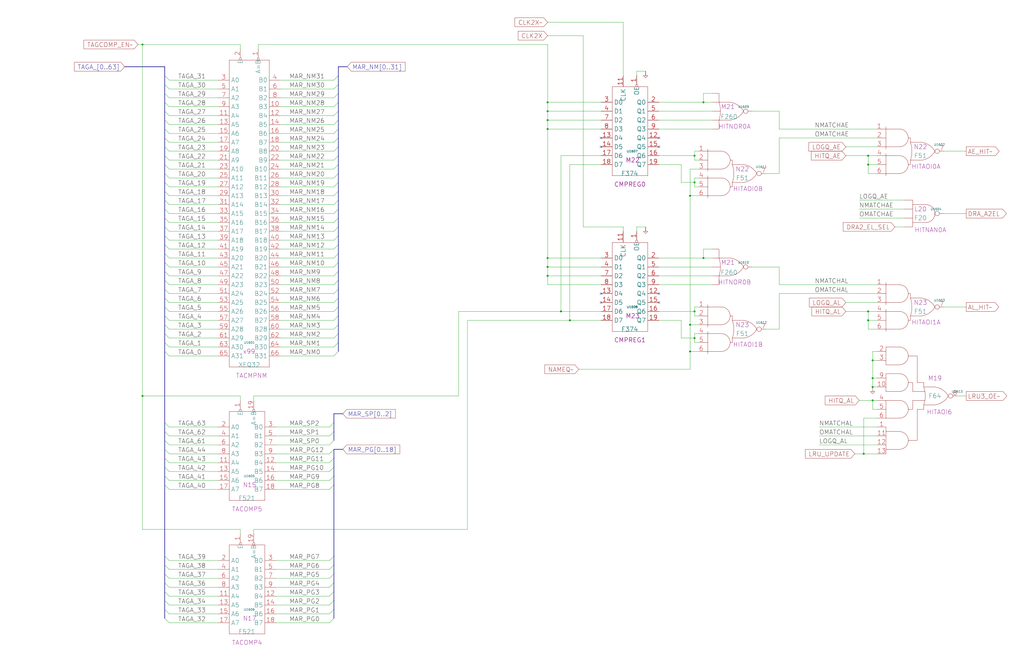
<source format=kicad_sch>
(kicad_sch (version 20220126) (generator eeschema)
  (paper "User" 584.2 378.46)
  (title_block (title "TAGA COMPARATORS\\nMATCH") (date "08-MAR-90") (rev "0.0") (comment 1 "MEM32 BOARD") (comment 2 "232-003066") (comment 3 "S400") (comment 4 "RELEASED"))
  (lib_symbols
    (symbol "r1000:F20" (pin_numbers hide) (pin_names hide)
      (property "Reference" "U" (at 8.255 2.54 0))
      (property "Value" "F20" (at -0.635 -2.54 0))
      (property "Location" "___" (at -0.635 2.54 0))
      (property "Name" "______" (at 5.08 -10.795 0))
      (symbol "F20_1_1"
        (pin input line (at -10.16 7.62 0) (length 5.08) (name "D0") (number "1"))
        (pin input line (at -10.16 2.54 0) (length 5.08) (name "D1") (number "2"))
        (pin input line (at -10.16 -2.54 0) (length 5.08) (name "D2") (number "4"))
        (pin input line (at -10.16 -7.62 0) (length 5.08) (name "D3") (number "5"))
        (pin output line (at 12.7 0 180) (length 2.54) (name "Q") (number "6"))
      )
      (symbol "F20_1_2"
        (pin input line (at -10.16 7.62 0) (length 1.27) (name "D0") (number "1"))
        (pin input line (at -10.16 2.54 0) (length 1.905) (name "D1") (number "2"))
        (pin input line (at -10.16 -2.54 0) (length 1.905) (name "D2") (number "4"))
        (pin input line (at -10.16 -7.62 0) (length 1.27) (name "D3") (number "5"))
        (pin output line (at 12.7 0 180) (length 5.08) (name "Q") (number "6"))
      )
    )
    (symbol "r1000:F260" (pin_numbers hide) (pin_names hide)
      (property "Reference" "U" (at 10.16 0 0))
      (property "Value" "F260" (at 1.905 -5.715 0))
      (property "Location" "___" (at 1.27 0 0))
      (property "Name" "______" (at 5.08 -12.7 0))
      (symbol "F260_1_1"
        (pin input line (at -7.62 -2.54 0) (length 2.54) (name "D2") (number "1"))
        (pin input line (at -7.62 7.62 0) (length 2.54) (name "D0") (number "12"))
        (pin input line (at -7.62 2.54 0) (length 2.54) (name "D1") (number "13"))
        (pin input line (at -7.62 -7.62 0) (length 2.54) (name "D3") (number "2"))
        (pin input line (at -7.62 -12.7 0) (length 2.54) (name "D4") (number "3"))
        (pin output line (at 15.24 -2.54 180) (length 2.54) (name "Q") (number "5"))
      )
      (symbol "F260_1_2"
        (pin input line (at -7.62 -2.54 0) (length 0) (name "D2") (number "1"))
        (pin input line (at -7.62 7.62 0) (length 0) (name "D0") (number "12"))
        (pin input line (at -7.62 2.54 0) (length 0) (name "D1") (number "13"))
        (pin input line (at -7.62 -7.62 0) (length 0) (name "D3") (number "2"))
        (pin input line (at -7.62 -12.7 0) (length 0) (name "D4") (number "3"))
        (pin output line (at 15.24 -2.54 180) (length 7.62) (name "Q") (number "5"))
      )
    )
    (symbol "r1000:F374" (pin_names (offset 1.016))
      (property "Reference" "U" (at 2.54 5.08 0))
      (property "Value" "F374" (at -3.81 -7.62 0))
      (property "Location" "___" (at -1.27 0 0))
      (property "Name" "______" (at 1.27 -15.24 0))
      (symbol "F374_1_1"
        (pin input line (at 5.08 48.26 270) (length 5.08) (name "OE") (number "1"))
        (pin input line (at -2.54 48.26 270) (length 6.35) (name "CLK") (number "11"))
        (pin tri_state line (at 17.78 12.7 180) (length 6.35) (name "Q4") (number "12"))
        (pin input line (at -15.24 12.7 0) (length 6.35) (name "D4") (number "13"))
        (pin input line (at -15.24 7.62 0) (length 6.35) (name "D5") (number "14"))
        (pin tri_state line (at 17.78 7.62 180) (length 6.35) (name "Q5") (number "15"))
        (pin tri_state line (at 17.78 2.54 180) (length 6.35) (name "Q6") (number "16"))
        (pin input line (at -15.24 2.54 0) (length 6.35) (name "D6") (number "17"))
        (pin input line (at -15.24 -2.54 0) (length 6.35) (name "D7") (number "18"))
        (pin tri_state line (at 17.78 -2.54 180) (length 6.35) (name "Q7") (number "19"))
        (pin tri_state line (at 17.78 33.02 180) (length 6.35) (name "Q0") (number "2"))
        (pin input line (at -15.24 33.02 0) (length 6.35) (name "D0") (number "3"))
        (pin input line (at -15.24 27.94 0) (length 6.35) (name "D1") (number "4"))
        (pin tri_state line (at 17.78 27.94 180) (length 6.35) (name "Q1") (number "5"))
        (pin tri_state line (at 17.78 22.86 180) (length 6.35) (name "Q2") (number "6"))
        (pin input line (at -15.24 22.86 0) (length 6.35) (name "D2") (number "7"))
        (pin input line (at -15.24 17.78 0) (length 6.35) (name "D3") (number "8"))
        (pin tri_state line (at 17.78 17.78 180) (length 6.35) (name "Q3") (number "9"))
      )
    )
    (symbol "r1000:F51" (pin_names hide)
      (property "Reference" "U" (at 12.7 1.27 0))
      (property "Value" "F51" (at 1.905 -5.08 0))
      (property "Location" "___" (at 1.905 0 0))
      (property "Name" "______" (at 5.08 -12.7 0))
      (symbol "F51_1_1"
        (pin input line (at -22.86 10.16 0) (length 2.54) (name "A1") (number "1"))
        (pin input line (at -22.86 5.08 0) (length 2.54) (name "A2") (number "2"))
        (pin input line (at -22.86 0 0) (length 2.54) (name "A3") (number "3"))
        (pin input line (at -22.86 -5.08 0) (length 2.54) (name "B1") (number "4"))
        (pin input line (at -22.86 -10.16 0) (length 2.54) (name "B2") (number "5"))
        (pin input line (at -22.86 -15.24 0) (length 2.54) (name "B3") (number "6"))
        (pin output line (at 15.24 -2.54 180) (length 2.54) (name "Q") (number "7"))
      )
    )
    (symbol "r1000:F521" (pin_names (offset 1.016))
      (property "Reference" "U" (at 2.54 5.08 0))
      (property "Value" "F521" (at -3.81 -7.62 0))
      (property "Location" "___" (at -1.27 0 0))
      (property "Name" "______" (at 1.27 -15.24 0))
      (symbol "F521_1_1"
        (pin input line (at -2.54 48.26 270) (length 5.08) (name "E") (number "1"))
        (pin input line (at -15.24 12.7 0) (length 6.35) (name "A4") (number "11"))
        (pin input line (at 17.78 12.7 180) (length 6.35) (name "B4") (number "12"))
        (pin input line (at -15.24 7.62 0) (length 6.35) (name "A5") (number "13"))
        (pin input line (at 17.78 7.62 180) (length 6.35) (name "B5") (number "14"))
        (pin input line (at -15.24 2.54 0) (length 6.35) (name "A6") (number "15"))
        (pin input line (at 17.78 2.54 180) (length 6.35) (name "B6") (number "16"))
        (pin input line (at -15.24 -2.54 0) (length 6.35) (name "A7") (number "17"))
        (pin input line (at 17.78 -2.54 180) (length 6.35) (name "B7") (number "18"))
        (pin output line (at 5.08 48.26 270) (length 5.08) (name "A=B") (number "19"))
        (pin input line (at -15.24 33.02 0) (length 6.35) (name "A0") (number "2"))
        (pin input line (at 17.78 33.02 180) (length 6.35) (name "B0") (number "3"))
        (pin input line (at -15.24 27.94 0) (length 6.35) (name "A1") (number "4"))
        (pin input line (at 17.78 27.94 180) (length 6.35) (name "B1") (number "5"))
        (pin input line (at -15.24 22.86 0) (length 6.35) (name "A2") (number "6"))
        (pin input line (at 17.78 22.86 180) (length 6.35) (name "B2") (number "7"))
        (pin input line (at -15.24 17.78 0) (length 6.35) (name "A3") (number "8"))
        (pin input line (at 17.78 17.78 180) (length 6.35) (name "B3") (number "9"))
      )
    )
    (symbol "r1000:F64" (pin_names hide)
      (property "Reference" "U" (at 15.24 2.54 0))
      (property "Value" "F64" (at 2.54 0 0))
      (property "Location" "___" (at 2.54 10.16 0))
      (property "Name" "______" (at 5.08 -10.62 0))
      (symbol "F64_1_1"
        (pin input line (at -30.48 -17.78 0) (length 5.08) (name "D0") (number "1"))
        (pin input line (at -30.48 5.08 0) (length 5.08) (name "B1") (number "10"))
        (pin input line (at -30.48 -22.86 0) (length 5.08) (name "D1") (number "11"))
        (pin input line (at -30.48 -27.94 0) (length 5.08) (name "D2") (number "12"))
        (pin input line (at -30.48 -33.02 0) (length 5.08) (name "D3") (number "13"))
        (pin input line (at -30.48 25.4 0) (length 5.08) (name "A0") (number "2"))
        (pin input line (at -30.48 20.32 0) (length 5.08) (name "A1") (number "3"))
        (pin input line (at -30.48 -2.54 0) (length 5.08) (name "C0") (number "4"))
        (pin input line (at -30.48 -7.62 0) (length 5.08) (name "C1") (number "5"))
        (pin input line (at -30.48 -12.7 0) (length 5.08) (name "C2") (number "6"))
        (pin output line (at 15.24 0 180) (length 2.54) (name "Q") (number "8"))
        (pin input line (at -30.48 10.16 0) (length 5.08) (name "B0") (number "9"))
      )
    )
    (symbol "r1000:PD" (power) (pin_numbers hide) (pin_names hide) (in_bom no)
      (symbol "PD_1_1"
        (pin power_in line (at 0 0 270) (length 2.54) (name "PD") (number "1"))
      )
    )
    (symbol "r1000:XEQ32" (pin_names (offset 1.016))
      (property "Reference" "U" (at 2.54 5.08 0))
      (property "Value" "XEQ32" (at -3.81 -7.62 0))
      (property "Location" "___" (at -1.27 0 0))
      (property "Name" "______" (at 3.81 -15.24 0))
      (symbol "XEQ32_1_1"
        (pin output line (at 7.62 172.72 270) (length 5.08) (name "A=B") (number "1"))
        (pin input line (at 20.32 139.7 180) (length 6.35) (name "B3") (number "10"))
        (pin input line (at -15.24 134.62 0) (length 6.35) (name "A4") (number "11"))
        (pin input line (at 20.32 134.62 180) (length 6.35) (name "B4") (number "12"))
        (pin input line (at -15.24 129.54 0) (length 6.35) (name "A5") (number "13"))
        (pin input line (at 20.32 129.54 180) (length 6.35) (name "B5") (number "14"))
        (pin input line (at -15.24 124.46 0) (length 6.35) (name "A6") (number "15"))
        (pin input line (at 20.32 124.46 180) (length 6.35) (name "B6") (number "16"))
        (pin input line (at -15.24 119.38 0) (length 6.35) (name "A7") (number "17"))
        (pin input line (at 20.32 119.38 180) (length 6.35) (name "B7") (number "18"))
        (pin input line (at -15.24 114.3 0) (length 6.35) (name "A8") (number "19"))
        (pin input line (at -2.54 172.72 270) (length 5.08) (name "E") (number "2"))
        (pin input line (at 20.32 114.3 180) (length 6.35) (name "B8") (number "20"))
        (pin input line (at -15.24 109.22 0) (length 6.35) (name "A9") (number "21"))
        (pin input line (at 20.32 109.22 180) (length 6.35) (name "B9") (number "22"))
        (pin input line (at -15.24 104.14 0) (length 6.35) (name "A10") (number "23"))
        (pin input line (at 20.32 104.14 180) (length 6.35) (name "B10") (number "24"))
        (pin input line (at -15.24 99.06 0) (length 6.35) (name "A11") (number "25"))
        (pin input line (at 20.32 99.06 180) (length 6.35) (name "B11") (number "26"))
        (pin input line (at -15.24 93.98 0) (length 6.35) (name "A12") (number "27"))
        (pin input line (at 20.32 93.98 180) (length 6.35) (name "B12") (number "28"))
        (pin input line (at -15.24 88.9 0) (length 6.35) (name "A13") (number "29"))
        (pin input line (at -15.24 154.94 0) (length 6.35) (name "A0") (number "3"))
        (pin input line (at 20.32 88.9 180) (length 6.35) (name "B13") (number "30"))
        (pin input line (at -15.24 83.82 0) (length 6.35) (name "A14") (number "31"))
        (pin input line (at 20.32 83.82 180) (length 6.35) (name "B14") (number "32"))
        (pin input line (at -15.24 78.74 0) (length 6.35) (name "A15") (number "33"))
        (pin input line (at 20.32 78.74 180) (length 6.35) (name "B15") (number "34"))
        (pin input line (at -15.24 73.66 0) (length 6.35) (name "A16") (number "35"))
        (pin input line (at 20.32 73.66 180) (length 6.35) (name "B16") (number "36"))
        (pin input line (at -15.24 68.58 0) (length 6.35) (name "A17") (number "37"))
        (pin input line (at 20.32 68.58 180) (length 6.35) (name "B17") (number "38"))
        (pin input line (at -15.24 63.5 0) (length 6.35) (name "A18") (number "39"))
        (pin input line (at 20.32 154.94 180) (length 6.35) (name "B0") (number "4"))
        (pin input line (at 20.32 63.5 180) (length 6.35) (name "B18") (number "40"))
        (pin input line (at -15.24 58.42 0) (length 6.35) (name "A19") (number "41"))
        (pin input line (at 20.32 58.42 180) (length 6.35) (name "B19") (number "42"))
        (pin input line (at -15.24 53.34 0) (length 6.35) (name "A20") (number "43"))
        (pin input line (at 20.32 53.34 180) (length 6.35) (name "B20") (number "44"))
        (pin input line (at -15.24 48.26 0) (length 6.35) (name "A21") (number "45"))
        (pin input line (at 20.32 48.26 180) (length 6.35) (name "B21") (number "46"))
        (pin input line (at -15.24 43.18 0) (length 6.35) (name "A22") (number "47"))
        (pin input line (at 20.32 43.18 180) (length 6.35) (name "B22") (number "48"))
        (pin input line (at -15.24 38.1 0) (length 6.35) (name "A23") (number "49"))
        (pin input line (at -15.24 149.86 0) (length 6.35) (name "A1") (number "5"))
        (pin input line (at 20.32 38.1 180) (length 6.35) (name "B23") (number "50"))
        (pin input line (at -15.24 33.02 0) (length 6.35) (name "A24") (number "51"))
        (pin input line (at 20.32 33.02 180) (length 6.35) (name "B24") (number "52"))
        (pin input line (at -15.24 27.94 0) (length 6.35) (name "A25") (number "53"))
        (pin input line (at 20.32 27.94 180) (length 6.35) (name "B25") (number "54"))
        (pin input line (at -15.24 22.86 0) (length 6.35) (name "A26") (number "55"))
        (pin input line (at 20.32 22.86 180) (length 6.35) (name "B26") (number "56"))
        (pin input line (at -15.24 17.78 0) (length 6.35) (name "A27") (number "57"))
        (pin input line (at 20.32 17.78 180) (length 6.35) (name "B27") (number "58"))
        (pin input line (at -15.24 12.7 0) (length 6.35) (name "A28") (number "59"))
        (pin input line (at 20.32 149.86 180) (length 6.35) (name "B1") (number "6"))
        (pin input line (at 20.32 12.7 180) (length 6.35) (name "B28") (number "60"))
        (pin input line (at -15.24 7.62 0) (length 6.35) (name "A29") (number "61"))
        (pin input line (at 20.32 7.62 180) (length 6.35) (name "B29") (number "62"))
        (pin input line (at -15.24 2.54 0) (length 6.35) (name "A30") (number "63"))
        (pin input line (at 20.32 2.54 180) (length 6.35) (name "B30") (number "64"))
        (pin input line (at -15.24 -2.54 0) (length 6.35) (name "A31") (number "65"))
        (pin input line (at 20.32 -2.54 180) (length 6.35) (name "B31") (number "66"))
        (pin input line (at -15.24 144.78 0) (length 6.35) (name "A2") (number "7"))
        (pin input line (at 20.32 144.78 180) (length 6.35) (name "B2") (number "8"))
        (pin input line (at -15.24 139.7 0) (length 6.35) (name "A3") (number "9"))
      )
    )
  )
  (bus (pts (xy 190.5 236.22) (xy 190.5 241.3)))
  (bus (pts (xy 190.5 241.3) (xy 190.5 246.38)))
  (bus (pts (xy 190.5 246.38) (xy 190.5 251.46)))
  (bus (pts (xy 190.5 256.54) (xy 190.5 261.62)))
  (bus (pts (xy 190.5 261.62) (xy 190.5 266.7)))
  (bus (pts (xy 190.5 266.7) (xy 190.5 271.78)))
  (bus (pts (xy 190.5 271.78) (xy 190.5 276.86)))
  (bus (pts (xy 190.5 276.86) (xy 190.5 317.5)))
  (bus (pts (xy 190.5 317.5) (xy 190.5 322.58)))
  (bus (pts (xy 190.5 322.58) (xy 190.5 327.66)))
  (bus (pts (xy 190.5 327.66) (xy 190.5 332.74)))
  (bus (pts (xy 190.5 332.74) (xy 190.5 337.82)))
  (bus (pts (xy 190.5 337.82) (xy 190.5 342.9)))
  (bus (pts (xy 190.5 342.9) (xy 190.5 347.98)))
  (bus (pts (xy 190.5 347.98) (xy 190.5 353.06)))
  (bus (pts (xy 193.04 104.14) (xy 193.04 109.22)))
  (bus (pts (xy 193.04 109.22) (xy 193.04 114.3)))
  (bus (pts (xy 193.04 114.3) (xy 193.04 119.38)))
  (bus (pts (xy 193.04 119.38) (xy 193.04 124.46)))
  (bus (pts (xy 193.04 124.46) (xy 193.04 129.54)))
  (bus (pts (xy 193.04 129.54) (xy 193.04 134.62)))
  (bus (pts (xy 193.04 134.62) (xy 193.04 139.7)))
  (bus (pts (xy 193.04 139.7) (xy 193.04 144.78)))
  (bus (pts (xy 193.04 144.78) (xy 193.04 149.86)))
  (bus (pts (xy 193.04 149.86) (xy 193.04 154.94)))
  (bus (pts (xy 193.04 154.94) (xy 193.04 160.02)))
  (bus (pts (xy 193.04 160.02) (xy 193.04 165.1)))
  (bus (pts (xy 193.04 165.1) (xy 193.04 170.18)))
  (bus (pts (xy 193.04 170.18) (xy 193.04 175.26)))
  (bus (pts (xy 193.04 175.26) (xy 193.04 180.34)))
  (bus (pts (xy 193.04 180.34) (xy 193.04 185.42)))
  (bus (pts (xy 193.04 185.42) (xy 193.04 190.5)))
  (bus (pts (xy 193.04 190.5) (xy 193.04 195.58)))
  (bus (pts (xy 193.04 195.58) (xy 193.04 200.66)))
  (bus (pts (xy 193.04 38.1) (xy 193.04 43.18)))
  (bus (pts (xy 193.04 43.18) (xy 193.04 48.26)))
  (bus (pts (xy 193.04 48.26) (xy 193.04 53.34)))
  (bus (pts (xy 193.04 53.34) (xy 193.04 58.42)))
  (bus (pts (xy 193.04 58.42) (xy 193.04 63.5)))
  (bus (pts (xy 193.04 63.5) (xy 193.04 68.58)))
  (bus (pts (xy 193.04 68.58) (xy 193.04 73.66)))
  (bus (pts (xy 193.04 73.66) (xy 193.04 78.74)))
  (bus (pts (xy 193.04 78.74) (xy 193.04 83.82)))
  (bus (pts (xy 193.04 83.82) (xy 193.04 88.9)))
  (bus (pts (xy 193.04 88.9) (xy 193.04 93.98)))
  (bus (pts (xy 193.04 93.98) (xy 193.04 99.06)))
  (bus (pts (xy 193.04 99.06) (xy 193.04 104.14)))
  (bus (pts (xy 195.58 236.22) (xy 190.5 236.22)))
  (bus (pts (xy 195.58 256.54) (xy 190.5 256.54)))
  (bus (pts (xy 198.12 38.1) (xy 193.04 38.1)))
  (bus (pts (xy 71.12 38.1) (xy 93.98 38.1)))
  (bus (pts (xy 93.98 104.14) (xy 93.98 109.22)))
  (bus (pts (xy 93.98 109.22) (xy 93.98 114.3)))
  (bus (pts (xy 93.98 114.3) (xy 93.98 119.38)))
  (bus (pts (xy 93.98 119.38) (xy 93.98 124.46)))
  (bus (pts (xy 93.98 124.46) (xy 93.98 129.54)))
  (bus (pts (xy 93.98 129.54) (xy 93.98 134.62)))
  (bus (pts (xy 93.98 134.62) (xy 93.98 139.7)))
  (bus (pts (xy 93.98 139.7) (xy 93.98 144.78)))
  (bus (pts (xy 93.98 144.78) (xy 93.98 149.86)))
  (bus (pts (xy 93.98 149.86) (xy 93.98 154.94)))
  (bus (pts (xy 93.98 154.94) (xy 93.98 160.02)))
  (bus (pts (xy 93.98 160.02) (xy 93.98 165.1)))
  (bus (pts (xy 93.98 165.1) (xy 93.98 170.18)))
  (bus (pts (xy 93.98 170.18) (xy 93.98 175.26)))
  (bus (pts (xy 93.98 175.26) (xy 93.98 180.34)))
  (bus (pts (xy 93.98 180.34) (xy 93.98 185.42)))
  (bus (pts (xy 93.98 185.42) (xy 93.98 190.5)))
  (bus (pts (xy 93.98 190.5) (xy 93.98 195.58)))
  (bus (pts (xy 93.98 195.58) (xy 93.98 200.66)))
  (bus (pts (xy 93.98 200.66) (xy 93.98 241.3)))
  (bus (pts (xy 93.98 241.3) (xy 93.98 246.38)))
  (bus (pts (xy 93.98 246.38) (xy 93.98 251.46)))
  (bus (pts (xy 93.98 251.46) (xy 93.98 256.54)))
  (bus (pts (xy 93.98 256.54) (xy 93.98 261.62)))
  (bus (pts (xy 93.98 261.62) (xy 93.98 266.7)))
  (bus (pts (xy 93.98 266.7) (xy 93.98 271.78)))
  (bus (pts (xy 93.98 271.78) (xy 93.98 276.86)))
  (bus (pts (xy 93.98 276.86) (xy 93.98 317.5)))
  (bus (pts (xy 93.98 317.5) (xy 93.98 322.58)))
  (bus (pts (xy 93.98 322.58) (xy 93.98 327.66)))
  (bus (pts (xy 93.98 327.66) (xy 93.98 332.74)))
  (bus (pts (xy 93.98 332.74) (xy 93.98 337.82)))
  (bus (pts (xy 93.98 337.82) (xy 93.98 342.9)))
  (bus (pts (xy 93.98 342.9) (xy 93.98 347.98)))
  (bus (pts (xy 93.98 347.98) (xy 93.98 353.06)))
  (bus (pts (xy 93.98 38.1) (xy 93.98 43.18)))
  (bus (pts (xy 93.98 43.18) (xy 93.98 48.26)))
  (bus (pts (xy 93.98 48.26) (xy 93.98 53.34)))
  (bus (pts (xy 93.98 53.34) (xy 93.98 58.42)))
  (bus (pts (xy 93.98 58.42) (xy 93.98 63.5)))
  (bus (pts (xy 93.98 63.5) (xy 93.98 68.58)))
  (bus (pts (xy 93.98 68.58) (xy 93.98 73.66)))
  (bus (pts (xy 93.98 73.66) (xy 93.98 78.74)))
  (bus (pts (xy 93.98 78.74) (xy 93.98 83.82)))
  (bus (pts (xy 93.98 83.82) (xy 93.98 88.9)))
  (bus (pts (xy 93.98 88.9) (xy 93.98 93.98)))
  (bus (pts (xy 93.98 93.98) (xy 93.98 99.06)))
  (bus (pts (xy 93.98 99.06) (xy 93.98 104.14)))
  (wire (pts (xy 137.16 228.6) (xy 137.16 226.06)))
  (wire (pts (xy 137.16 25.4) (xy 137.16 27.94)))
  (wire (pts (xy 137.16 304.8) (xy 137.16 302.26)))
  (wire (pts (xy 144.78 226.06) (xy 144.78 228.6)))
  (wire (pts (xy 144.78 226.06) (xy 261.62 226.06)))
  (wire (pts (xy 144.78 302.26) (xy 266.7 302.26)))
  (wire (pts (xy 144.78 304.8) (xy 144.78 302.26)))
  (wire (pts (xy 147.32 25.4) (xy 147.32 27.94)))
  (wire (pts (xy 147.32 25.4) (xy 312.42 25.4)))
  (wire (pts (xy 187.96 243.84) (xy 157.48 243.84)))
  (wire (pts (xy 187.96 248.92) (xy 157.48 248.92)))
  (wire (pts (xy 187.96 254) (xy 157.48 254)))
  (wire (pts (xy 187.96 259.08) (xy 157.48 259.08)))
  (wire (pts (xy 187.96 264.16) (xy 157.48 264.16)))
  (wire (pts (xy 187.96 269.24) (xy 157.48 269.24)))
  (wire (pts (xy 187.96 274.32) (xy 157.48 274.32)))
  (wire (pts (xy 187.96 279.4) (xy 157.48 279.4)))
  (wire (pts (xy 187.96 320.04) (xy 157.48 320.04)))
  (wire (pts (xy 187.96 325.12) (xy 157.48 325.12)))
  (wire (pts (xy 187.96 330.2) (xy 157.48 330.2)))
  (wire (pts (xy 187.96 335.28) (xy 157.48 335.28)))
  (wire (pts (xy 187.96 340.36) (xy 157.48 340.36)))
  (wire (pts (xy 187.96 345.44) (xy 157.48 345.44)))
  (wire (pts (xy 187.96 350.52) (xy 157.48 350.52)))
  (wire (pts (xy 187.96 355.6) (xy 157.48 355.6)))
  (wire (pts (xy 190.5 101.6) (xy 160.02 101.6)))
  (wire (pts (xy 190.5 106.68) (xy 160.02 106.68)))
  (wire (pts (xy 190.5 111.76) (xy 160.02 111.76)))
  (wire (pts (xy 190.5 116.84) (xy 160.02 116.84)))
  (wire (pts (xy 190.5 121.92) (xy 160.02 121.92)))
  (wire (pts (xy 190.5 127) (xy 160.02 127)))
  (wire (pts (xy 190.5 132.08) (xy 160.02 132.08)))
  (wire (pts (xy 190.5 137.16) (xy 160.02 137.16)))
  (wire (pts (xy 190.5 142.24) (xy 160.02 142.24)))
  (wire (pts (xy 190.5 147.32) (xy 160.02 147.32)))
  (wire (pts (xy 190.5 152.4) (xy 160.02 152.4)))
  (wire (pts (xy 190.5 157.48) (xy 160.02 157.48)))
  (wire (pts (xy 190.5 162.56) (xy 160.02 162.56)))
  (wire (pts (xy 190.5 167.64) (xy 160.02 167.64)))
  (wire (pts (xy 190.5 172.72) (xy 160.02 172.72)))
  (wire (pts (xy 190.5 177.8) (xy 160.02 177.8)))
  (wire (pts (xy 190.5 182.88) (xy 160.02 182.88)))
  (wire (pts (xy 190.5 187.96) (xy 160.02 187.96)))
  (wire (pts (xy 190.5 193.04) (xy 160.02 193.04)))
  (wire (pts (xy 190.5 198.12) (xy 160.02 198.12)))
  (wire (pts (xy 190.5 203.2) (xy 160.02 203.2)))
  (wire (pts (xy 190.5 45.72) (xy 160.02 45.72)))
  (wire (pts (xy 190.5 50.8) (xy 160.02 50.8)))
  (wire (pts (xy 190.5 55.88) (xy 160.02 55.88)))
  (wire (pts (xy 190.5 60.96) (xy 160.02 60.96)))
  (wire (pts (xy 190.5 66.04) (xy 160.02 66.04)))
  (wire (pts (xy 190.5 71.12) (xy 160.02 71.12)))
  (wire (pts (xy 190.5 76.2) (xy 160.02 76.2)))
  (wire (pts (xy 190.5 81.28) (xy 160.02 81.28)))
  (wire (pts (xy 190.5 86.36) (xy 160.02 86.36)))
  (wire (pts (xy 190.5 91.44) (xy 160.02 91.44)))
  (wire (pts (xy 190.5 96.52) (xy 160.02 96.52)))
  (wire (pts (xy 261.62 177.8) (xy 320.04 177.8)))
  (wire (pts (xy 261.62 226.06) (xy 261.62 177.8)))
  (wire (pts (xy 266.7 182.88) (xy 325.12 182.88)))
  (wire (pts (xy 266.7 302.26) (xy 266.7 182.88)))
  (wire (pts (xy 312.42 12.7) (xy 355.6 12.7)))
  (wire (pts (xy 312.42 147.32) (xy 312.42 152.4)))
  (wire (pts (xy 312.42 147.32) (xy 312.42 73.66)))
  (wire (pts (xy 312.42 152.4) (xy 342.9 152.4)))
  (wire (pts (xy 312.42 157.48) (xy 312.42 152.4)))
  (wire (pts (xy 312.42 157.48) (xy 312.42 162.56)))
  (wire (pts (xy 312.42 162.56) (xy 342.9 162.56)))
  (wire (pts (xy 312.42 20.32) (xy 332.74 20.32)))
  (wire (pts (xy 312.42 25.4) (xy 312.42 58.42)))
  (wire (pts (xy 312.42 58.42) (xy 342.9 58.42)))
  (wire (pts (xy 312.42 63.5) (xy 312.42 58.42)))
  (wire (pts (xy 312.42 63.5) (xy 342.9 63.5)))
  (wire (pts (xy 312.42 68.58) (xy 312.42 63.5)))
  (wire (pts (xy 312.42 68.58) (xy 342.9 68.58)))
  (wire (pts (xy 312.42 73.66) (xy 312.42 68.58)))
  (wire (pts (xy 312.42 73.66) (xy 342.9 73.66)))
  (wire (pts (xy 320.04 177.8) (xy 342.9 177.8)))
  (wire (pts (xy 320.04 88.9) (xy 320.04 177.8)))
  (wire (pts (xy 325.12 182.88) (xy 325.12 93.98)))
  (wire (pts (xy 325.12 182.88) (xy 342.9 182.88)))
  (wire (pts (xy 325.12 93.98) (xy 342.9 93.98)))
  (wire (pts (xy 332.74 129.54) (xy 355.6 129.54)))
  (wire (pts (xy 332.74 20.32) (xy 332.74 129.54)))
  (wire (pts (xy 342.9 147.32) (xy 312.42 147.32)))
  (wire (pts (xy 342.9 157.48) (xy 312.42 157.48)))
  (wire (pts (xy 342.9 88.9) (xy 320.04 88.9)))
  (wire (pts (xy 355.6 12.7) (xy 355.6 43.18)))
  (wire (pts (xy 355.6 129.54) (xy 355.6 132.08)))
  (wire (pts (xy 363.22 129.54) (xy 363.22 132.08)))
  (wire (pts (xy 363.22 40.64) (xy 363.22 43.18)))
  (wire (pts (xy 368.3 129.54) (xy 363.22 129.54)))
  (wire (pts (xy 368.3 40.64) (xy 363.22 40.64)))
  (wire (pts (xy 375.92 147.32) (xy 401.32 147.32)))
  (wire (pts (xy 375.92 152.4) (xy 406.4 152.4)))
  (wire (pts (xy 375.92 157.48) (xy 406.4 157.48)))
  (wire (pts (xy 375.92 162.56) (xy 406.4 162.56)))
  (wire (pts (xy 375.92 177.8) (xy 396.24 177.8)))
  (wire (pts (xy 375.92 58.42) (xy 401.32 58.42)))
  (wire (pts (xy 375.92 63.5) (xy 406.4 63.5)))
  (wire (pts (xy 375.92 68.58) (xy 406.4 68.58)))
  (wire (pts (xy 375.92 73.66) (xy 406.4 73.66)))
  (wire (pts (xy 375.92 88.9) (xy 396.24 88.9)))
  (wire (pts (xy 375.92 93.98) (xy 388.62 93.98)))
  (wire (pts (xy 388.62 104.14) (xy 396.24 104.14)))
  (wire (pts (xy 388.62 182.88) (xy 375.92 182.88)))
  (wire (pts (xy 388.62 193.04) (xy 388.62 182.88)))
  (wire (pts (xy 388.62 93.98) (xy 388.62 104.14)))
  (wire (pts (xy 393.7 111.76) (xy 393.7 185.42)))
  (wire (pts (xy 393.7 111.76) (xy 398.78 111.76)))
  (wire (pts (xy 393.7 185.42) (xy 393.7 200.66)))
  (wire (pts (xy 393.7 185.42) (xy 398.78 185.42)))
  (wire (pts (xy 393.7 200.66) (xy 393.7 210.82)))
  (wire (pts (xy 393.7 200.66) (xy 398.78 200.66)))
  (wire (pts (xy 393.7 210.82) (xy 330.2 210.82)))
  (wire (pts (xy 393.7 96.52) (xy 393.7 111.76)))
  (wire (pts (xy 396.24 101.6) (xy 398.78 101.6)))
  (wire (pts (xy 396.24 104.14) (xy 396.24 101.6)))
  (wire (pts (xy 396.24 104.14) (xy 396.24 106.68)))
  (wire (pts (xy 396.24 175.26) (xy 398.78 175.26)))
  (wire (pts (xy 396.24 177.8) (xy 396.24 175.26)))
  (wire (pts (xy 396.24 177.8) (xy 396.24 180.34)))
  (wire (pts (xy 396.24 190.5) (xy 398.78 190.5)))
  (wire (pts (xy 396.24 193.04) (xy 388.62 193.04)))
  (wire (pts (xy 396.24 193.04) (xy 396.24 190.5)))
  (wire (pts (xy 396.24 195.58) (xy 396.24 193.04)))
  (wire (pts (xy 396.24 86.36) (xy 398.78 86.36)))
  (wire (pts (xy 396.24 88.9) (xy 396.24 86.36)))
  (wire (pts (xy 396.24 88.9) (xy 396.24 91.44)))
  (wire (pts (xy 398.78 106.68) (xy 396.24 106.68)))
  (wire (pts (xy 398.78 180.34) (xy 396.24 180.34)))
  (wire (pts (xy 398.78 195.58) (xy 396.24 195.58)))
  (wire (pts (xy 398.78 91.44) (xy 396.24 91.44)))
  (wire (pts (xy 398.78 96.52) (xy 393.7 96.52)))
  (wire (pts (xy 401.32 142.24) (xy 401.32 147.32)))
  (wire (pts (xy 401.32 147.32) (xy 406.4 147.32)))
  (wire (pts (xy 401.32 53.34) (xy 401.32 58.42)))
  (wire (pts (xy 401.32 58.42) (xy 406.4 58.42)))
  (wire (pts (xy 406.4 142.24) (xy 401.32 142.24)))
  (wire (pts (xy 406.4 53.34) (xy 401.32 53.34)))
  (wire (pts (xy 429.26 152.4) (xy 444.5 152.4)))
  (wire (pts (xy 429.26 63.5) (xy 444.5 63.5)))
  (wire (pts (xy 436.88 187.96) (xy 444.5 187.96)))
  (wire (pts (xy 436.88 99.06) (xy 444.5 99.06)))
  (wire (pts (xy 444.5 162.56) (xy 444.5 152.4)))
  (wire (pts (xy 444.5 162.56) (xy 500.38 162.56)))
  (wire (pts (xy 444.5 167.64) (xy 444.5 187.96)))
  (wire (pts (xy 444.5 167.64) (xy 500.38 167.64)))
  (wire (pts (xy 444.5 73.66) (xy 444.5 63.5)))
  (wire (pts (xy 444.5 73.66) (xy 500.38 73.66)))
  (wire (pts (xy 444.5 78.74) (xy 444.5 99.06)))
  (wire (pts (xy 444.5 78.74) (xy 500.38 78.74)))
  (wire (pts (xy 467.36 243.84) (xy 500.38 243.84)))
  (wire (pts (xy 467.36 248.92) (xy 500.38 248.92)))
  (wire (pts (xy 467.36 254) (xy 500.38 254)))
  (wire (pts (xy 482.6 172.72) (xy 500.38 172.72)))
  (wire (pts (xy 482.6 177.8) (xy 495.3 177.8)))
  (wire (pts (xy 482.6 83.82) (xy 500.38 83.82)))
  (wire (pts (xy 482.6 88.9) (xy 495.3 88.9)))
  (wire (pts (xy 487.68 259.08) (xy 492.76 259.08)))
  (wire (pts (xy 490.22 114.3) (xy 515.62 114.3)))
  (wire (pts (xy 490.22 119.38) (xy 515.62 119.38)))
  (wire (pts (xy 490.22 124.46) (xy 515.62 124.46)))
  (wire (pts (xy 490.22 228.6) (xy 497.84 228.6)))
  (wire (pts (xy 492.76 238.76) (xy 500.38 238.76)))
  (wire (pts (xy 492.76 259.08) (xy 492.76 238.76)))
  (wire (pts (xy 492.76 259.08) (xy 500.38 259.08)))
  (wire (pts (xy 495.3 177.8) (xy 500.38 177.8)))
  (wire (pts (xy 495.3 182.88) (xy 495.3 177.8)))
  (wire (pts (xy 495.3 182.88) (xy 500.38 182.88)))
  (wire (pts (xy 495.3 187.96) (xy 495.3 182.88)))
  (wire (pts (xy 495.3 88.9) (xy 500.38 88.9)))
  (wire (pts (xy 495.3 93.98) (xy 495.3 88.9)))
  (wire (pts (xy 495.3 93.98) (xy 500.38 93.98)))
  (wire (pts (xy 495.3 99.06) (xy 495.3 93.98)))
  (wire (pts (xy 497.84 200.66) (xy 497.84 205.74)))
  (wire (pts (xy 497.84 205.74) (xy 497.84 215.9)))
  (wire (pts (xy 497.84 205.74) (xy 500.38 205.74)))
  (wire (pts (xy 497.84 215.9) (xy 497.84 220.98)))
  (wire (pts (xy 497.84 215.9) (xy 500.38 215.9)))
  (wire (pts (xy 497.84 220.98) (xy 500.38 220.98)))
  (wire (pts (xy 497.84 228.6) (xy 497.84 233.68)))
  (wire (pts (xy 497.84 228.6) (xy 500.38 228.6)))
  (wire (pts (xy 500.38 187.96) (xy 495.3 187.96)))
  (wire (pts (xy 500.38 200.66) (xy 497.84 200.66)))
  (wire (pts (xy 500.38 233.68) (xy 497.84 233.68)))
  (wire (pts (xy 500.38 99.06) (xy 495.3 99.06)))
  (wire (pts (xy 510.54 129.54) (xy 515.62 129.54)))
  (wire (pts (xy 538.48 121.92) (xy 551.18 121.92)))
  (wire (pts (xy 538.48 175.26) (xy 551.18 175.26)))
  (wire (pts (xy 538.48 86.36) (xy 551.18 86.36)))
  (wire (pts (xy 546.1 226.06) (xy 551.18 226.06)))
  (wire (pts (xy 78.74 25.4) (xy 81.28 25.4)))
  (wire (pts (xy 81.28 226.06) (xy 137.16 226.06)))
  (wire (pts (xy 81.28 226.06) (xy 81.28 302.26)))
  (wire (pts (xy 81.28 25.4) (xy 137.16 25.4)))
  (wire (pts (xy 81.28 25.4) (xy 81.28 226.06)))
  (wire (pts (xy 81.28 302.26) (xy 137.16 302.26)))
  (wire (pts (xy 96.52 101.6) (xy 124.46 101.6)))
  (wire (pts (xy 96.52 106.68) (xy 124.46 106.68)))
  (wire (pts (xy 96.52 111.76) (xy 124.46 111.76)))
  (wire (pts (xy 96.52 116.84) (xy 124.46 116.84)))
  (wire (pts (xy 96.52 121.92) (xy 124.46 121.92)))
  (wire (pts (xy 96.52 127) (xy 124.46 127)))
  (wire (pts (xy 96.52 132.08) (xy 124.46 132.08)))
  (wire (pts (xy 96.52 137.16) (xy 124.46 137.16)))
  (wire (pts (xy 96.52 142.24) (xy 124.46 142.24)))
  (wire (pts (xy 96.52 147.32) (xy 124.46 147.32)))
  (wire (pts (xy 96.52 152.4) (xy 124.46 152.4)))
  (wire (pts (xy 96.52 157.48) (xy 124.46 157.48)))
  (wire (pts (xy 96.52 162.56) (xy 124.46 162.56)))
  (wire (pts (xy 96.52 167.64) (xy 124.46 167.64)))
  (wire (pts (xy 96.52 172.72) (xy 124.46 172.72)))
  (wire (pts (xy 96.52 177.8) (xy 124.46 177.8)))
  (wire (pts (xy 96.52 182.88) (xy 124.46 182.88)))
  (wire (pts (xy 96.52 187.96) (xy 124.46 187.96)))
  (wire (pts (xy 96.52 193.04) (xy 124.46 193.04)))
  (wire (pts (xy 96.52 198.12) (xy 124.46 198.12)))
  (wire (pts (xy 96.52 203.2) (xy 124.46 203.2)))
  (wire (pts (xy 96.52 243.84) (xy 124.46 243.84)))
  (wire (pts (xy 96.52 248.92) (xy 124.46 248.92)))
  (wire (pts (xy 96.52 254) (xy 124.46 254)))
  (wire (pts (xy 96.52 259.08) (xy 124.46 259.08)))
  (wire (pts (xy 96.52 264.16) (xy 124.46 264.16)))
  (wire (pts (xy 96.52 269.24) (xy 124.46 269.24)))
  (wire (pts (xy 96.52 274.32) (xy 124.46 274.32)))
  (wire (pts (xy 96.52 279.4) (xy 124.46 279.4)))
  (wire (pts (xy 96.52 320.04) (xy 124.46 320.04)))
  (wire (pts (xy 96.52 325.12) (xy 124.46 325.12)))
  (wire (pts (xy 96.52 330.2) (xy 124.46 330.2)))
  (wire (pts (xy 96.52 335.28) (xy 124.46 335.28)))
  (wire (pts (xy 96.52 340.36) (xy 124.46 340.36)))
  (wire (pts (xy 96.52 345.44) (xy 124.46 345.44)))
  (wire (pts (xy 96.52 350.52) (xy 124.46 350.52)))
  (wire (pts (xy 96.52 355.6) (xy 124.46 355.6)))
  (wire (pts (xy 96.52 45.72) (xy 124.46 45.72)))
  (wire (pts (xy 96.52 50.8) (xy 124.46 50.8)))
  (wire (pts (xy 96.52 55.88) (xy 124.46 55.88)))
  (wire (pts (xy 96.52 60.96) (xy 124.46 60.96)))
  (wire (pts (xy 96.52 66.04) (xy 124.46 66.04)))
  (wire (pts (xy 96.52 71.12) (xy 124.46 71.12)))
  (wire (pts (xy 96.52 76.2) (xy 124.46 76.2)))
  (wire (pts (xy 96.52 81.28) (xy 124.46 81.28)))
  (wire (pts (xy 96.52 86.36) (xy 124.46 86.36)))
  (wire (pts (xy 96.52 91.44) (xy 124.46 91.44)))
  (wire (pts (xy 96.52 96.52) (xy 124.46 96.52)))
  (global_label "TAGA_[0..63]" (shape input) (at 71.12 38.1 180) (effects (font (size 2.54 2.54))) (property "Intersheet References" "${INTERSHEET_REFS}" (at 42.4664 37.9413 0) (effects (font (size 2.54 2.54)) (justify right))))
  (global_label "TAGCOMP_EN~" (shape input) (at 78.74 25.4 180) (effects (font (size 2.54 2.54))) (property "Intersheet References" "${INTERSHEET_REFS}" (at 47.9092 25.2413 0) (effects (font (size 2.54 2.54)) (justify right))))
  (junction (at 81.28 25.4))
  (junction (at 81.28 226.06))
  (bus_entry (at 93.98 43.18) (size 2.54 2.54))
  (bus_entry (at 93.98 48.26) (size 2.54 2.54))
  (bus_entry (at 93.98 53.34) (size 2.54 2.54))
  (bus_entry (at 93.98 58.42) (size 2.54 2.54))
  (bus_entry (at 93.98 63.5) (size 2.54 2.54))
  (bus_entry (at 93.98 68.58) (size 2.54 2.54))
  (bus_entry (at 93.98 73.66) (size 2.54 2.54))
  (bus_entry (at 93.98 78.74) (size 2.54 2.54))
  (bus_entry (at 93.98 83.82) (size 2.54 2.54))
  (bus_entry (at 93.98 88.9) (size 2.54 2.54))
  (bus_entry (at 93.98 93.98) (size 2.54 2.54))
  (bus_entry (at 93.98 99.06) (size 2.54 2.54))
  (bus_entry (at 93.98 104.14) (size 2.54 2.54))
  (bus_entry (at 93.98 109.22) (size 2.54 2.54))
  (bus_entry (at 93.98 114.3) (size 2.54 2.54))
  (bus_entry (at 93.98 119.38) (size 2.54 2.54))
  (bus_entry (at 93.98 124.46) (size 2.54 2.54))
  (bus_entry (at 93.98 129.54) (size 2.54 2.54))
  (bus_entry (at 93.98 134.62) (size 2.54 2.54))
  (bus_entry (at 93.98 139.7) (size 2.54 2.54))
  (bus_entry (at 93.98 144.78) (size 2.54 2.54))
  (bus_entry (at 93.98 149.86) (size 2.54 2.54))
  (bus_entry (at 93.98 154.94) (size 2.54 2.54))
  (bus_entry (at 93.98 160.02) (size 2.54 2.54))
  (bus_entry (at 93.98 165.1) (size 2.54 2.54))
  (bus_entry (at 93.98 170.18) (size 2.54 2.54))
  (bus_entry (at 93.98 175.26) (size 2.54 2.54))
  (bus_entry (at 93.98 180.34) (size 2.54 2.54))
  (bus_entry (at 93.98 185.42) (size 2.54 2.54))
  (bus_entry (at 93.98 190.5) (size 2.54 2.54))
  (bus_entry (at 93.98 195.58) (size 2.54 2.54))
  (bus_entry (at 93.98 200.66) (size 2.54 2.54))
  (bus_entry (at 93.98 241.3) (size 2.54 2.54))
  (bus_entry (at 93.98 246.38) (size 2.54 2.54))
  (bus_entry (at 93.98 251.46) (size 2.54 2.54))
  (bus_entry (at 93.98 256.54) (size 2.54 2.54))
  (bus_entry (at 93.98 261.62) (size 2.54 2.54))
  (bus_entry (at 93.98 266.7) (size 2.54 2.54))
  (bus_entry (at 93.98 271.78) (size 2.54 2.54))
  (bus_entry (at 93.98 276.86) (size 2.54 2.54))
  (bus_entry (at 93.98 317.5) (size 2.54 2.54))
  (bus_entry (at 93.98 322.58) (size 2.54 2.54))
  (bus_entry (at 93.98 327.66) (size 2.54 2.54))
  (bus_entry (at 93.98 332.74) (size 2.54 2.54))
  (bus_entry (at 93.98 337.82) (size 2.54 2.54))
  (bus_entry (at 93.98 342.9) (size 2.54 2.54))
  (bus_entry (at 93.98 347.98) (size 2.54 2.54))
  (bus_entry (at 93.98 353.06) (size 2.54 2.54))
  (label "TAGA_31" (at 101.6 45.72 0) (effects (font (size 2.54 2.54))))
  (label "TAGA_30" (at 101.6 50.8 0) (effects (font (size 2.54 2.54))))
  (label "TAGA_29" (at 101.6 55.88 0) (effects (font (size 2.54 2.54))))
  (label "TAGA_28" (at 101.6 60.96 0) (effects (font (size 2.54 2.54))))
  (label "TAGA_27" (at 101.6 66.04 0) (effects (font (size 2.54 2.54))))
  (label "TAGA_26" (at 101.6 71.12 0) (effects (font (size 2.54 2.54))))
  (label "TAGA_25" (at 101.6 76.2 0) (effects (font (size 2.54 2.54))))
  (label "TAGA_24" (at 101.6 81.28 0) (effects (font (size 2.54 2.54))))
  (label "TAGA_23" (at 101.6 86.36 0) (effects (font (size 2.54 2.54))))
  (label "TAGA_22" (at 101.6 91.44 0) (effects (font (size 2.54 2.54))))
  (label "TAGA_21" (at 101.6 96.52 0) (effects (font (size 2.54 2.54))))
  (label "TAGA_20" (at 101.6 101.6 0) (effects (font (size 2.54 2.54))))
  (label "TAGA_19" (at 101.6 106.68 0) (effects (font (size 2.54 2.54))))
  (label "TAGA_18" (at 101.6 111.76 0) (effects (font (size 2.54 2.54))))
  (label "TAGA_17" (at 101.6 116.84 0) (effects (font (size 2.54 2.54))))
  (label "TAGA_16" (at 101.6 121.92 0) (effects (font (size 2.54 2.54))))
  (label "TAGA_15" (at 101.6 127 0) (effects (font (size 2.54 2.54))))
  (label "TAGA_14" (at 101.6 132.08 0) (effects (font (size 2.54 2.54))))
  (label "TAGA_13" (at 101.6 137.16 0) (effects (font (size 2.54 2.54))))
  (label "TAGA_12" (at 101.6 142.24 0) (effects (font (size 2.54 2.54))))
  (label "TAGA_11" (at 101.6 147.32 0) (effects (font (size 2.54 2.54))))
  (label "TAGA_10" (at 101.6 152.4 0) (effects (font (size 2.54 2.54))))
  (label "TAGA_9" (at 101.6 157.48 0) (effects (font (size 2.54 2.54))))
  (label "TAGA_8" (at 101.6 162.56 0) (effects (font (size 2.54 2.54))))
  (label "TAGA_7" (at 101.6 167.64 0) (effects (font (size 2.54 2.54))))
  (label "TAGA_6" (at 101.6 172.72 0) (effects (font (size 2.54 2.54))))
  (label "TAGA_5" (at 101.6 177.8 0) (effects (font (size 2.54 2.54))))
  (label "TAGA_4" (at 101.6 182.88 0) (effects (font (size 2.54 2.54))))
  (label "TAGA_3" (at 101.6 187.96 0) (effects (font (size 2.54 2.54))))
  (label "TAGA_2" (at 101.6 193.04 0) (effects (font (size 2.54 2.54))))
  (label "TAGA_1" (at 101.6 198.12 0) (effects (font (size 2.54 2.54))))
  (label "TAGA_0" (at 101.6 203.2 0) (effects (font (size 2.54 2.54))))
  (label "TAGA_63" (at 101.6 243.84 0) (effects (font (size 2.54 2.54))))
  (label "TAGA_62" (at 101.6 248.92 0) (effects (font (size 2.54 2.54))))
  (label "TAGA_61" (at 101.6 254 0) (effects (font (size 2.54 2.54))))
  (label "TAGA_44" (at 101.6 259.08 0) (effects (font (size 2.54 2.54))))
  (label "TAGA_43" (at 101.6 264.16 0) (effects (font (size 2.54 2.54))))
  (label "TAGA_42" (at 101.6 269.24 0) (effects (font (size 2.54 2.54))))
  (label "TAGA_41" (at 101.6 274.32 0) (effects (font (size 2.54 2.54))))
  (label "TAGA_40" (at 101.6 279.4 0) (effects (font (size 2.54 2.54))))
  (label "TAGA_39" (at 101.6 320.04 0) (effects (font (size 2.54 2.54))))
  (label "TAGA_38" (at 101.6 325.12 0) (effects (font (size 2.54 2.54))))
  (label "TAGA_37" (at 101.6 330.2 0) (effects (font (size 2.54 2.54))))
  (label "TAGA_36" (at 101.6 335.28 0) (effects (font (size 2.54 2.54))))
  (label "TAGA_35" (at 101.6 340.36 0) (effects (font (size 2.54 2.54))))
  (label "TAGA_34" (at 101.6 345.44 0) (effects (font (size 2.54 2.54))))
  (label "TAGA_33" (at 101.6 350.52 0) (effects (font (size 2.54 2.54))))
  (label "TAGA_32" (at 101.6 355.6 0) (effects (font (size 2.54 2.54))))
  (symbol (lib_id "r1000:XEQ32") (at 139.7 200.66 0) (unit 1)
    (property "Reference" "U1601" (at 142.24 195.58 0))
    (property "Value" "XEQ32" (at 135.89 208.28 0) (effects (font (size 2.54 2.54)) (justify left)))
    (property "Location" "x99" (at 138.43 200.66 0) (effects (font (size 2.54 2.54)) (justify left)))
    (property "Name" "TACMPNM" (at 143.51 215.9 0) (effects (font (size 2.54 2.54)) (justify bottom)))
  )
  (symbol (lib_id "r1000:F521") (at 139.7 276.86 0) (unit 1)
    (property "Reference" "U1605" (at 142.24 271.78 0))
    (property "Value" "F521" (at 135.89 284.48 0) (effects (font (size 2.54 2.54)) (justify left)))
    (property "Location" "N15" (at 138.43 276.86 0) (effects (font (size 2.54 2.54)) (justify left)))
    (property "Name" "TACOMP5" (at 140.97 292.1 0) (effects (font (size 2.54 2.54)) (justify bottom)))
  )
  (symbol (lib_id "r1000:F521") (at 139.7 353.06 0) (unit 1)
    (property "Reference" "U1606" (at 142.24 347.98 0))
    (property "Value" "F521" (at 135.89 360.68 0) (effects (font (size 2.54 2.54)) (justify left)))
    (property "Location" "N17" (at 138.43 353.06 0) (effects (font (size 2.54 2.54)) (justify left)))
    (property "Name" "TACOMP4" (at 140.97 368.3 0) (effects (font (size 2.54 2.54)) (justify bottom)))
  )
  (label "MAR_NM31" (at 165.1 45.72 0) (effects (font (size 2.54 2.54))))
  (label "MAR_NM30" (at 165.1 50.8 0) (effects (font (size 2.54 2.54))))
  (label "MAR_NM29" (at 165.1 55.88 0) (effects (font (size 2.54 2.54))))
  (label "MAR_NM28" (at 165.1 60.96 0) (effects (font (size 2.54 2.54))))
  (label "MAR_NM27" (at 165.1 66.04 0) (effects (font (size 2.54 2.54))))
  (label "MAR_NM26" (at 165.1 71.12 0) (effects (font (size 2.54 2.54))))
  (label "MAR_NM25" (at 165.1 76.2 0) (effects (font (size 2.54 2.54))))
  (label "MAR_NM24" (at 165.1 81.28 0) (effects (font (size 2.54 2.54))))
  (label "MAR_NM23" (at 165.1 86.36 0) (effects (font (size 2.54 2.54))))
  (label "MAR_NM22" (at 165.1 91.44 0) (effects (font (size 2.54 2.54))))
  (label "MAR_NM21" (at 165.1 96.52 0) (effects (font (size 2.54 2.54))))
  (label "MAR_NM20" (at 165.1 101.6 0) (effects (font (size 2.54 2.54))))
  (label "MAR_NM19" (at 165.1 106.68 0) (effects (font (size 2.54 2.54))))
  (label "MAR_NM18" (at 165.1 111.76 0) (effects (font (size 2.54 2.54))))
  (label "MAR_NM17" (at 165.1 116.84 0) (effects (font (size 2.54 2.54))))
  (label "MAR_NM16" (at 165.1 121.92 0) (effects (font (size 2.54 2.54))))
  (label "MAR_NM15" (at 165.1 127 0) (effects (font (size 2.54 2.54))))
  (label "MAR_NM14" (at 165.1 132.08 0) (effects (font (size 2.54 2.54))))
  (label "MAR_NM13" (at 165.1 137.16 0) (effects (font (size 2.54 2.54))))
  (label "MAR_NM12" (at 165.1 142.24 0) (effects (font (size 2.54 2.54))))
  (label "MAR_NM11" (at 165.1 147.32 0) (effects (font (size 2.54 2.54))))
  (label "MAR_NM10" (at 165.1 152.4 0) (effects (font (size 2.54 2.54))))
  (label "MAR_NM9" (at 165.1 157.48 0) (effects (font (size 2.54 2.54))))
  (label "MAR_NM8" (at 165.1 162.56 0) (effects (font (size 2.54 2.54))))
  (label "MAR_NM7" (at 165.1 167.64 0) (effects (font (size 2.54 2.54))))
  (label "MAR_NM6" (at 165.1 172.72 0) (effects (font (size 2.54 2.54))))
  (label "MAR_NM5" (at 165.1 177.8 0) (effects (font (size 2.54 2.54))))
  (label "MAR_NM4" (at 165.1 182.88 0) (effects (font (size 2.54 2.54))))
  (label "MAR_NM3" (at 165.1 187.96 0) (effects (font (size 2.54 2.54))))
  (label "MAR_NM2" (at 165.1 193.04 0) (effects (font (size 2.54 2.54))))
  (label "MAR_NM1" (at 165.1 198.12 0) (effects (font (size 2.54 2.54))))
  (label "MAR_NM0" (at 165.1 203.2 0) (effects (font (size 2.54 2.54))))
  (label "MAR_SP2" (at 165.1 243.84 0) (effects (font (size 2.54 2.54))))
  (label "MAR_SP1" (at 165.1 248.92 0) (effects (font (size 2.54 2.54))))
  (label "MAR_SP0" (at 165.1 254 0) (effects (font (size 2.54 2.54))))
  (label "MAR_PG12" (at 165.1 259.08 0) (effects (font (size 2.54 2.54))))
  (label "MAR_PG11" (at 165.1 264.16 0) (effects (font (size 2.54 2.54))))
  (label "MAR_PG10" (at 165.1 269.24 0) (effects (font (size 2.54 2.54))))
  (label "MAR_PG9" (at 165.1 274.32 0) (effects (font (size 2.54 2.54))))
  (label "MAR_PG8" (at 165.1 279.4 0) (effects (font (size 2.54 2.54))))
  (label "MAR_PG7" (at 165.1 320.04 0) (effects (font (size 2.54 2.54))))
  (label "MAR_PG6" (at 165.1 325.12 0) (effects (font (size 2.54 2.54))))
  (label "MAR_PG5" (at 165.1 330.2 0) (effects (font (size 2.54 2.54))))
  (label "MAR_PG4" (at 165.1 335.28 0) (effects (font (size 2.54 2.54))))
  (label "MAR_PG3" (at 165.1 340.36 0) (effects (font (size 2.54 2.54))))
  (label "MAR_PG2" (at 165.1 345.44 0) (effects (font (size 2.54 2.54))))
  (label "MAR_PG1" (at 165.1 350.52 0) (effects (font (size 2.54 2.54))))
  (label "MAR_PG0" (at 165.1 355.6 0) (effects (font (size 2.54 2.54))))
  (bus_entry (at 190.5 241.3) (size -2.54 2.54))
  (bus_entry (at 190.5 246.38) (size -2.54 2.54))
  (bus_entry (at 190.5 251.46) (size -2.54 2.54))
  (bus_entry (at 190.5 256.54) (size -2.54 2.54))
  (bus_entry (at 190.5 261.62) (size -2.54 2.54))
  (bus_entry (at 190.5 266.7) (size -2.54 2.54))
  (bus_entry (at 190.5 271.78) (size -2.54 2.54))
  (bus_entry (at 190.5 276.86) (size -2.54 2.54))
  (bus_entry (at 190.5 317.5) (size -2.54 2.54))
  (bus_entry (at 190.5 322.58) (size -2.54 2.54))
  (bus_entry (at 190.5 327.66) (size -2.54 2.54))
  (bus_entry (at 190.5 332.74) (size -2.54 2.54))
  (bus_entry (at 190.5 337.82) (size -2.54 2.54))
  (bus_entry (at 190.5 342.9) (size -2.54 2.54))
  (bus_entry (at 190.5 347.98) (size -2.54 2.54))
  (bus_entry (at 190.5 353.06) (size -2.54 2.54))
  (bus_entry (at 193.04 43.18) (size -2.54 2.54))
  (bus_entry (at 193.04 48.26) (size -2.54 2.54))
  (bus_entry (at 193.04 53.34) (size -2.54 2.54))
  (bus_entry (at 193.04 58.42) (size -2.54 2.54))
  (bus_entry (at 193.04 63.5) (size -2.54 2.54))
  (bus_entry (at 193.04 68.58) (size -2.54 2.54))
  (bus_entry (at 193.04 73.66) (size -2.54 2.54))
  (bus_entry (at 193.04 78.74) (size -2.54 2.54))
  (bus_entry (at 193.04 83.82) (size -2.54 2.54))
  (bus_entry (at 193.04 88.9) (size -2.54 2.54))
  (bus_entry (at 193.04 93.98) (size -2.54 2.54))
  (bus_entry (at 193.04 99.06) (size -2.54 2.54))
  (bus_entry (at 193.04 104.14) (size -2.54 2.54))
  (bus_entry (at 193.04 109.22) (size -2.54 2.54))
  (bus_entry (at 193.04 114.3) (size -2.54 2.54))
  (bus_entry (at 193.04 119.38) (size -2.54 2.54))
  (bus_entry (at 193.04 124.46) (size -2.54 2.54))
  (bus_entry (at 193.04 129.54) (size -2.54 2.54))
  (bus_entry (at 193.04 134.62) (size -2.54 2.54))
  (bus_entry (at 193.04 139.7) (size -2.54 2.54))
  (bus_entry (at 193.04 144.78) (size -2.54 2.54))
  (bus_entry (at 193.04 149.86) (size -2.54 2.54))
  (bus_entry (at 193.04 154.94) (size -2.54 2.54))
  (bus_entry (at 193.04 160.02) (size -2.54 2.54))
  (bus_entry (at 193.04 165.1) (size -2.54 2.54))
  (bus_entry (at 193.04 170.18) (size -2.54 2.54))
  (bus_entry (at 193.04 175.26) (size -2.54 2.54))
  (bus_entry (at 193.04 180.34) (size -2.54 2.54))
  (bus_entry (at 193.04 185.42) (size -2.54 2.54))
  (bus_entry (at 193.04 190.5) (size -2.54 2.54))
  (bus_entry (at 193.04 195.58) (size -2.54 2.54))
  (bus_entry (at 193.04 200.66) (size -2.54 2.54))
  (global_label "MAR_SP[0..2]" (shape input) (at 195.58 236.22 0) (effects (font (size 2.54 2.54))) (property "Intersheet References" "${INTERSHEET_REFS}" (at 225.5641 236.0613 0) (effects (font (size 2.54 2.54)) (justify left))))
  (global_label "MAR_PG[0..18]" (shape input) (at 195.58 256.54 0) (effects (font (size 2.54 2.54))) (property "Intersheet References" "${INTERSHEET_REFS}" (at 228.7707 256.54 0) (effects (font (size 2.54 2.54)) (justify left))))
  (global_label "MAR_NM[0..31]" (shape input) (at 198.12 38.1 0) (effects (font (size 2.54 2.54))) (property "Intersheet References" "${INTERSHEET_REFS}" (at 231.1279 37.9413 0) (effects (font (size 2.54 2.54)) (justify left))))
  (global_label "CLK2X~" (shape input) (at 312.42 12.7 180) (effects (font (size 2.54 2.54))) (property "Intersheet References" "${INTERSHEET_REFS}" (at 288.8464 12.5413 0) (effects (font (size 2.54 2.54)) (justify right))))
  (global_label "CLK2X" (shape input) (at 312.42 20.32 180) (effects (font (size 2.54 2.54))) (property "Intersheet References" "${INTERSHEET_REFS}" (at 288.7254 20.1613 0) (effects (font (size 2.54 2.54)) (justify right))))
  (junction (at 312.42 58.42))
  (junction (at 312.42 63.5))
  (junction (at 312.42 68.58))
  (junction (at 312.42 73.66))
  (junction (at 312.42 147.32))
  (junction (at 312.42 152.4))
  (junction (at 312.42 157.48))
  (junction (at 320.04 177.8))
  (junction (at 325.12 182.88))
  (global_label "NAMEQ~" (shape input) (at 330.2 210.82 180) (effects (font (size 2.54 2.54))) (property "Intersheet References" "${INTERSHEET_REFS}" (at 310.8597 210.6613 0) (effects (font (size 2.54 2.54)) (justify right))))
  (no_connect (at 342.9 78.74))
  (no_connect (at 342.9 83.82))
  (no_connect (at 342.9 167.64))
  (no_connect (at 342.9 172.72))
  (symbol (lib_id "r1000:F374") (at 358.14 91.44 0) (unit 1)
    (property "Reference" "U1607" (at 360.68 86.36 0))
    (property "Value" "F374" (at 354.33 99.06 0) (effects (font (size 2.54 2.54)) (justify left)))
    (property "Location" "M22" (at 356.87 91.44 0) (effects (font (size 2.54 2.54)) (justify left)))
    (property "Name" "CMPREG0" (at 359.41 106.68 0) (effects (font (size 2.54 2.54)) (justify bottom)))
  )
  (symbol (lib_id "r1000:F374") (at 358.14 180.34 0) (unit 1)
    (property "Reference" "U1608" (at 360.68 175.26 0))
    (property "Value" "F374" (at 354.33 187.96 0) (effects (font (size 2.54 2.54)) (justify left)))
    (property "Location" "M23" (at 356.87 180.34 0) (effects (font (size 2.54 2.54)) (justify left)))
    (property "Name" "CMPREG1" (at 359.41 195.58 0) (effects (font (size 2.54 2.54)) (justify bottom)))
  )
  (symbol (lib_id "r1000:PD") (at 368.3 40.64 0) (unit 1) (in_bom no)
    (property "Reference" "#PWR0159" (effects hide))
    (property "Value" "PD" (effects hide))
  )
  (symbol (lib_id "r1000:PD") (at 368.3 129.54 0) (unit 1) (in_bom no)
    (property "Reference" "#PWR0160" (effects hide))
    (property "Value" "PD" (effects hide))
  )
  (no_connect (at 375.92 78.74))
  (no_connect (at 375.92 83.82))
  (no_connect (at 375.92 167.64))
  (no_connect (at 375.92 172.72))
  (junction (at 393.7 111.76))
  (junction (at 393.7 185.42))
  (junction (at 393.7 200.66))
  (junction (at 396.24 88.9))
  (junction (at 396.24 104.14))
  (junction (at 396.24 177.8))
  (junction (at 396.24 193.04))
  (junction (at 401.32 58.42))
  (junction (at 401.32 147.32))
  (symbol (lib_id "r1000:F260") (at 414.02 60.96 0) (unit 1)
    (property "Reference" "U1609" (at 424.18 60.96 0))
    (property "Value" "F260" (at 415.925 66.675 0) (effects (font (size 2.54 2.54))))
    (property "Location" "M21" (at 415.29 60.96 0) (effects (font (size 2.54 2.54))))
    (property "Name" "HITNOR0A" (at 419.1 73.66 0) (effects (font (size 2.54 2.54)) (justify bottom)))
  )
  (symbol (lib_id "r1000:F260") (at 414.02 149.86 0) (unit 1)
    (property "Reference" "U1610" (at 424.18 149.86 0))
    (property "Value" "F260" (at 415.925 155.575 0) (effects (font (size 2.54 2.54))))
    (property "Location" "M21" (at 415.29 149.86 0) (effects (font (size 2.54 2.54))))
    (property "Name" "HITNOR0B" (at 419.1 162.56 0) (effects (font (size 2.54 2.54)) (justify bottom)))
  )
  (symbol (lib_id "r1000:F51") (at 421.64 96.52 0) (unit 1)
    (property "Reference" "U1611" (at 434.34 95.25 0))
    (property "Value" "F51" (at 423.545 101.6 0) (effects (font (size 2.54 2.54))))
    (property "Location" "N22" (at 423.545 96.52 0) (effects (font (size 2.54 2.54))))
    (property "Name" "HITAOI0B" (at 426.72 109.22 0) (effects (font (size 2.54 2.54)) (justify bottom)))
  )
  (symbol (lib_id "r1000:F51") (at 421.64 185.42 0) (unit 1)
    (property "Reference" "U1612" (at 434.34 184.15 0))
    (property "Value" "F51" (at 423.545 190.5 0) (effects (font (size 2.54 2.54))))
    (property "Location" "N23" (at 423.545 185.42 0) (effects (font (size 2.54 2.54))))
    (property "Name" "HITAOI1B" (at 426.72 198.12 0) (effects (font (size 2.54 2.54)) (justify bottom)))
  )
  (label "NMATCHAE" (at 464.82 73.66 0) (effects (font (size 2.54 2.54))))
  (label "OMATCHAE" (at 464.82 78.74 0) (effects (font (size 2.54 2.54))))
  (label "NMATCHAL" (at 464.82 162.56 0) (effects (font (size 2.54 2.54))))
  (label "OMATCHAL" (at 464.82 167.64 0) (effects (font (size 2.54 2.54))))
  (label "NMATCHAL" (at 467.36 243.84 0) (effects (font (size 2.54 2.54))))
  (label "OMATCHAL" (at 467.36 248.92 0) (effects (font (size 2.54 2.54))))
  (label "LOGQ_AL" (at 467.36 254 0) (effects (font (size 2.54 2.54))))
  (global_label "LOGQ_AE" (shape input) (at 482.6 83.82 180) (effects (font (size 2.54 2.54))) (property "Intersheet References" "${INTERSHEET_REFS}" (at 461.4454 83.6613 0) (effects (font (size 2.54 2.54)) (justify right))))
  (global_label "HITQ_AE" (shape input) (at 482.6 88.9 180) (effects (font (size 2.54 2.54))) (property "Intersheet References" "${INTERSHEET_REFS}" (at 462.8969 88.7413 0) (effects (font (size 2.54 2.54)) (justify right))))
  (global_label "LOGQ_AL" (shape input) (at 482.6 172.72 180) (effects (font (size 2.54 2.54))) (property "Intersheet References" "${INTERSHEET_REFS}" (at 461.6873 172.5613 0) (effects (font (size 2.54 2.54)) (justify right))))
  (global_label "HITQ_AL" (shape input) (at 482.6 177.8 180) (effects (font (size 2.54 2.54))) (property "Intersheet References" "${INTERSHEET_REFS}" (at 463.1388 177.6413 0) (effects (font (size 2.54 2.54)) (justify right))))
  (global_label "LRU_UPDATE" (shape input) (at 487.68 259.08 180) (effects (font (size 2.54 2.54))) (property "Intersheetrefs" "${INTERSHEET_REFS}" (at 458.8433 259.08 0) (effects (justify right))))
  (label "LOGQ_AE" (at 490.22 114.3 0) (effects (font (size 2.54 2.54))))
  (label "NMATCHAE" (at 490.22 119.38 0) (effects (font (size 2.54 2.54))))
  (label "OMATCHAE" (at 490.22 124.46 0) (effects (font (size 2.54 2.54))))
  (global_label "HITQ_AL" (shape input) (at 490.22 228.6 180) (effects (font (size 2.54 2.54))) (property "Intersheet References" "${INTERSHEET_REFS}" (at 470.7588 228.4413 0) (effects (font (size 2.54 2.54)) (justify right))))
  (junction (at 492.76 259.08))
  (junction (at 495.3 88.9))
  (junction (at 495.3 93.98))
  (junction (at 495.3 177.8))
  (junction (at 495.3 182.88))
  (junction (at 497.84 205.74))
  (junction (at 497.84 215.9))
  (junction (at 497.84 220.98))
  (symbol (lib_id "r1000:PD") (at 497.84 220.98 0) (unit 1) (in_bom no)
    (property "Reference" "#PWR01601" (effects hide))
    (property "Value" "PD" (effects hide))
  )
  (junction (at 497.84 228.6))
  (global_label "DRA2_EL_SEL" (shape input) (at 510.54 129.54 180) (effects (font (size 2.54 2.54))) (property "Intersheetrefs" "${INTERSHEET_REFS}" (at 480.373 129.54 0) (effects (justify right))))
  (symbol (lib_id "r1000:F51") (at 523.24 83.82 0) (unit 1)
    (property "Reference" "U1602" (at 535.94 82.55 0))
    (property "Value" "F51" (at 525.145 88.9 0) (effects (font (size 2.54 2.54))))
    (property "Location" "N22" (at 525.145 83.82 0) (effects (font (size 2.54 2.54))))
    (property "Name" "HITAOI0A" (at 528.32 96.52 0) (effects (font (size 2.54 2.54)) (justify bottom)))
  )
  (symbol (lib_id "r1000:F51") (at 523.24 172.72 0) (unit 1)
    (property "Reference" "U1603" (at 535.94 171.45 0))
    (property "Value" "F51" (at 525.145 177.8 0) (effects (font (size 2.54 2.54))))
    (property "Location" "N23" (at 525.145 172.72 0) (effects (font (size 2.54 2.54))))
    (property "Name" "HITAOI1A" (at 528.32 185.42 0) (effects (font (size 2.54 2.54)) (justify bottom)))
  )
  (symbol (lib_id "r1000:F20") (at 525.78 121.92 0) (unit 1)
    (property "Reference" "U1604" (at 534.035 119.38 0))
    (property "Value" "F20" (at 525.145 124.46 0) (effects (font (size 2.54 2.54))))
    (property "Location" "L20" (at 525.145 119.38 0) (effects (font (size 2.54 2.54))))
    (property "Name" "HITNAN0A" (at 530.86 132.715 0) (effects (font (size 2.54 2.54)) (justify bottom)))
  )
  (symbol (lib_id "r1000:F64") (at 530.86 226.06 0) (unit 1)
    (property "Reference" "U1613" (at 546.1 223.52 0))
    (property "Value" "F64" (at 533.4 226.06 0) (effects (font (size 2.54 2.54))))
    (property "Location" "M19" (at 533.4 215.9 0) (effects (font (size 2.54 2.54))))
    (property "Name" "HITAOI6" (at 535.94 236.68 0) (effects (font (size 2.54 2.54)) (justify bottom)))
  )
  (global_label "AE_HIT~" (shape output) (at 551.18 86.36 0) (effects (font (size 2.54 2.54))) (property "Intersheet References" "${INTERSHEET_REFS}" (at 570.0365 86.2013 0) (effects (font (size 2.54 2.54)) (justify left))))
  (global_label "DRA_A2EL" (shape output) (at 551.18 121.92 0) (effects (font (size 2.54 2.54))) (property "Intersheet References" "${INTERSHEET_REFS}" (at 574.1489 121.7613 0) (effects (font (size 2.54 2.54)) (justify left))))
  (global_label "AL_HIT~" (shape output) (at 551.18 175.26 0) (effects (font (size 2.54 2.54))) (property "Intersheet References" "${INTERSHEET_REFS}" (at 569.7946 175.1013 0) (effects (font (size 2.54 2.54)) (justify left))))
  (global_label "LRU3_OE~" (shape output) (at 551.18 226.06 0) (effects (font (size 2.54 2.54))) (property "Intersheet References" "${INTERSHEET_REFS}" (at 574.3908 225.9013 0) (effects (font (size 2.54 2.54)) (justify left))))
)
</source>
